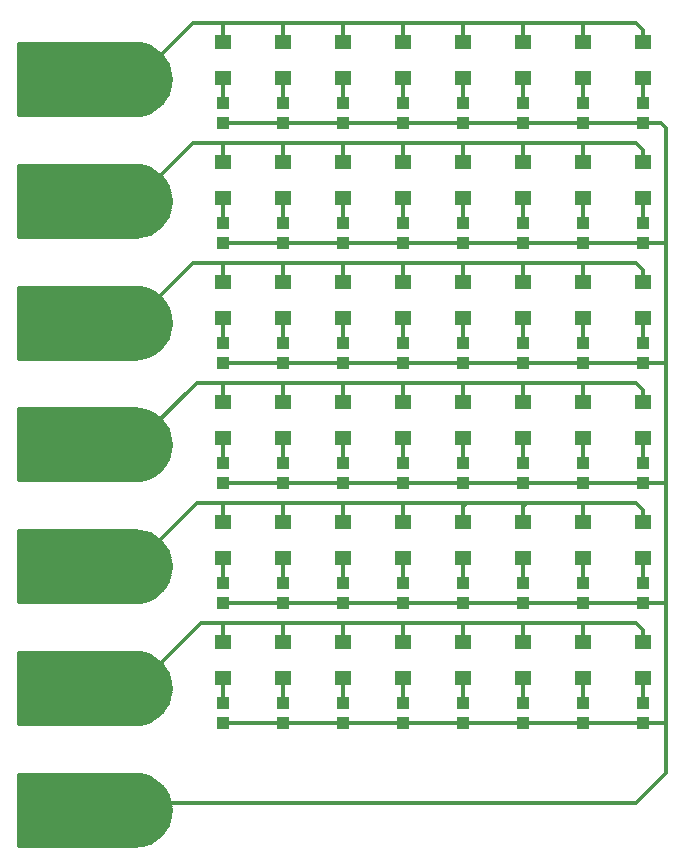
<source format=gtl>
G75*
%MOIN*%
%OFA0B0*%
%FSLAX25Y25*%
%IPPOS*%
%LPD*%
%AMOC8*
5,1,8,0,0,1.08239X$1,22.5*
%
%ADD10R,0.05512X0.04724*%
%ADD11R,0.03937X0.04331*%
%ADD12C,0.20000*%
%ADD13C,0.01000*%
%ADD14C,0.01200*%
D10*
X0210833Y0112428D03*
X0210833Y0124239D03*
X0230833Y0124239D03*
X0230833Y0112428D03*
X0250833Y0112428D03*
X0250833Y0124239D03*
X0270833Y0124239D03*
X0270833Y0112428D03*
X0290833Y0112428D03*
X0290833Y0124239D03*
X0310833Y0124239D03*
X0310833Y0112428D03*
X0330833Y0112428D03*
X0330833Y0124239D03*
X0350833Y0124239D03*
X0350833Y0112428D03*
X0350833Y0152428D03*
X0350833Y0164239D03*
X0330833Y0164239D03*
X0330833Y0152428D03*
X0310833Y0152428D03*
X0310833Y0164239D03*
X0290833Y0164239D03*
X0290833Y0152428D03*
X0270833Y0152428D03*
X0270833Y0164239D03*
X0250833Y0164239D03*
X0250833Y0152428D03*
X0230833Y0152428D03*
X0230833Y0164239D03*
X0210833Y0164239D03*
X0210833Y0152428D03*
X0210833Y0192428D03*
X0210833Y0204239D03*
X0230833Y0204239D03*
X0230833Y0192428D03*
X0250833Y0192428D03*
X0250833Y0204239D03*
X0270833Y0204239D03*
X0270833Y0192428D03*
X0290833Y0192428D03*
X0290833Y0204239D03*
X0310833Y0204239D03*
X0310833Y0192428D03*
X0330833Y0192428D03*
X0330833Y0204239D03*
X0350833Y0204239D03*
X0350833Y0192428D03*
X0350833Y0232428D03*
X0350833Y0244239D03*
X0330833Y0244239D03*
X0330833Y0232428D03*
X0310833Y0232428D03*
X0310833Y0244239D03*
X0290833Y0244239D03*
X0290833Y0232428D03*
X0270833Y0232428D03*
X0270833Y0244239D03*
X0250833Y0244239D03*
X0250833Y0232428D03*
X0230833Y0232428D03*
X0230833Y0244239D03*
X0210833Y0244239D03*
X0210833Y0232428D03*
X0210833Y0272428D03*
X0210833Y0284239D03*
X0230833Y0284239D03*
X0230833Y0272428D03*
X0250833Y0272428D03*
X0250833Y0284239D03*
X0270833Y0284239D03*
X0270833Y0272428D03*
X0290833Y0272428D03*
X0290833Y0284239D03*
X0310833Y0284239D03*
X0310833Y0272428D03*
X0330833Y0272428D03*
X0330833Y0284239D03*
X0350833Y0284239D03*
X0350833Y0272428D03*
X0350833Y0312428D03*
X0350833Y0324239D03*
X0330833Y0324239D03*
X0330833Y0312428D03*
X0310833Y0312428D03*
X0310833Y0324239D03*
X0290833Y0324239D03*
X0290833Y0312428D03*
X0270833Y0312428D03*
X0270833Y0324239D03*
X0250833Y0324239D03*
X0250833Y0312428D03*
X0230833Y0312428D03*
X0230833Y0324239D03*
X0210833Y0324239D03*
X0210833Y0312428D03*
D11*
X0210833Y0304180D03*
X0210833Y0297487D03*
X0230833Y0297487D03*
X0230833Y0304180D03*
X0250833Y0304180D03*
X0250833Y0297487D03*
X0270833Y0297487D03*
X0270833Y0304180D03*
X0290833Y0304180D03*
X0290833Y0297487D03*
X0310833Y0297487D03*
X0310833Y0304180D03*
X0330833Y0304180D03*
X0330833Y0297487D03*
X0350833Y0297487D03*
X0350833Y0304180D03*
X0350833Y0264180D03*
X0350833Y0257487D03*
X0330833Y0257487D03*
X0330833Y0264180D03*
X0310833Y0264180D03*
X0310833Y0257487D03*
X0290833Y0257487D03*
X0290833Y0264180D03*
X0270833Y0264180D03*
X0270833Y0257487D03*
X0250833Y0257487D03*
X0250833Y0264180D03*
X0230833Y0264180D03*
X0230833Y0257487D03*
X0210833Y0257487D03*
X0210833Y0264180D03*
X0210833Y0224180D03*
X0210833Y0217487D03*
X0230833Y0217487D03*
X0230833Y0224180D03*
X0250833Y0224180D03*
X0250833Y0217487D03*
X0270833Y0217487D03*
X0270833Y0224180D03*
X0290833Y0224180D03*
X0290833Y0217487D03*
X0310833Y0217487D03*
X0310833Y0224180D03*
X0330833Y0224180D03*
X0330833Y0217487D03*
X0350833Y0217487D03*
X0350833Y0224180D03*
X0350833Y0184180D03*
X0350833Y0177487D03*
X0330833Y0177487D03*
X0330833Y0184180D03*
X0310833Y0184180D03*
X0310833Y0177487D03*
X0290833Y0177487D03*
X0290833Y0184180D03*
X0270833Y0184180D03*
X0270833Y0177487D03*
X0250833Y0177487D03*
X0250833Y0184180D03*
X0230833Y0184180D03*
X0230833Y0177487D03*
X0210833Y0177487D03*
X0210833Y0184180D03*
X0210833Y0144180D03*
X0210833Y0137487D03*
X0230833Y0137487D03*
X0230833Y0144180D03*
X0250833Y0144180D03*
X0250833Y0137487D03*
X0270833Y0137487D03*
X0270833Y0144180D03*
X0290833Y0144180D03*
X0290833Y0137487D03*
X0310833Y0137487D03*
X0310833Y0144180D03*
X0330833Y0144180D03*
X0330833Y0137487D03*
X0350833Y0137487D03*
X0350833Y0144180D03*
X0350833Y0104180D03*
X0350833Y0097487D03*
X0330833Y0097487D03*
X0330833Y0104180D03*
X0310833Y0104180D03*
X0310833Y0097487D03*
X0290833Y0097487D03*
X0290833Y0104180D03*
X0270833Y0104180D03*
X0270833Y0097487D03*
X0250833Y0097487D03*
X0250833Y0104180D03*
X0230833Y0104180D03*
X0230833Y0097487D03*
X0210833Y0097487D03*
X0210833Y0104180D03*
D12*
X0181283Y0109033D03*
X0158283Y0109033D03*
X0158283Y0068433D03*
X0181283Y0068433D03*
X0181283Y0149633D03*
X0158283Y0149633D03*
X0158283Y0190233D03*
X0181283Y0190233D03*
X0181283Y0230833D03*
X0158283Y0230833D03*
X0158283Y0271433D03*
X0181283Y0271433D03*
X0181283Y0312033D03*
X0158283Y0312033D03*
D13*
X0142283Y0056433D02*
X0181283Y0056433D01*
X0182991Y0056555D01*
X0184664Y0056919D01*
X0186268Y0057518D01*
X0187771Y0058338D01*
X0189142Y0059364D01*
X0190352Y0060575D01*
X0191378Y0061946D01*
X0192199Y0063448D01*
X0192797Y0065053D01*
X0193161Y0066726D01*
X0193283Y0068433D01*
X0193161Y0070141D01*
X0192797Y0071814D01*
X0192199Y0073418D01*
X0191378Y0074921D01*
X0190352Y0076292D01*
X0189142Y0077502D01*
X0187771Y0078528D01*
X0186268Y0079349D01*
X0184664Y0079947D01*
X0182991Y0080311D01*
X0181283Y0080433D01*
X0142283Y0080433D01*
X0142283Y0056433D01*
X0142283Y0056817D02*
X0184193Y0056817D01*
X0186814Y0057815D02*
X0142283Y0057815D01*
X0142283Y0058814D02*
X0188406Y0058814D01*
X0189590Y0059812D02*
X0142283Y0059812D01*
X0142283Y0060811D02*
X0190529Y0060811D01*
X0191276Y0061810D02*
X0142283Y0061810D01*
X0142283Y0062808D02*
X0191849Y0062808D01*
X0192333Y0063807D02*
X0142283Y0063807D01*
X0142283Y0064805D02*
X0192705Y0064805D01*
X0192961Y0065804D02*
X0142283Y0065804D01*
X0142283Y0066802D02*
X0193167Y0066802D01*
X0193238Y0067801D02*
X0142283Y0067801D01*
X0142283Y0068799D02*
X0193257Y0068799D01*
X0193186Y0069798D02*
X0142283Y0069798D01*
X0142283Y0070796D02*
X0193019Y0070796D01*
X0192801Y0071795D02*
X0142283Y0071795D01*
X0142283Y0072793D02*
X0192432Y0072793D01*
X0191995Y0073792D02*
X0142283Y0073792D01*
X0142283Y0074790D02*
X0191450Y0074790D01*
X0190729Y0075789D02*
X0142283Y0075789D01*
X0142283Y0076787D02*
X0189857Y0076787D01*
X0188763Y0077786D02*
X0142283Y0077786D01*
X0142283Y0078784D02*
X0187302Y0078784D01*
X0185105Y0079783D02*
X0142283Y0079783D01*
X0142283Y0097033D02*
X0181283Y0097033D01*
X0182991Y0097155D01*
X0184664Y0097519D01*
X0186268Y0098118D01*
X0187771Y0098938D01*
X0189142Y0099964D01*
X0190352Y0101175D01*
X0191378Y0102546D01*
X0192199Y0104048D01*
X0192797Y0105653D01*
X0193161Y0107326D01*
X0193283Y0109033D01*
X0193161Y0110741D01*
X0192797Y0112414D01*
X0192199Y0114018D01*
X0191378Y0115521D01*
X0190352Y0116892D01*
X0189142Y0118102D01*
X0187771Y0119128D01*
X0186268Y0119949D01*
X0184664Y0120547D01*
X0182991Y0120911D01*
X0181283Y0121033D01*
X0142283Y0121033D01*
X0142283Y0097033D01*
X0142283Y0097756D02*
X0185298Y0097756D01*
X0187434Y0098754D02*
X0142283Y0098754D01*
X0142283Y0099753D02*
X0188859Y0099753D01*
X0189929Y0100751D02*
X0142283Y0100751D01*
X0142283Y0101750D02*
X0190783Y0101750D01*
X0191489Y0102748D02*
X0142283Y0102748D01*
X0142283Y0103747D02*
X0192034Y0103747D01*
X0192459Y0104745D02*
X0142283Y0104745D01*
X0142283Y0105744D02*
X0192817Y0105744D01*
X0193034Y0106743D02*
X0142283Y0106743D01*
X0142283Y0107741D02*
X0193191Y0107741D01*
X0193262Y0108740D02*
X0142283Y0108740D01*
X0142283Y0109738D02*
X0193233Y0109738D01*
X0193162Y0110737D02*
X0142283Y0110737D01*
X0142283Y0111735D02*
X0192945Y0111735D01*
X0192678Y0112734D02*
X0142283Y0112734D01*
X0142283Y0113732D02*
X0192306Y0113732D01*
X0191810Y0114731D02*
X0142283Y0114731D01*
X0142283Y0115729D02*
X0191223Y0115729D01*
X0190475Y0116728D02*
X0142283Y0116728D01*
X0142283Y0117726D02*
X0189518Y0117726D01*
X0188310Y0118725D02*
X0142283Y0118725D01*
X0142283Y0119723D02*
X0186682Y0119723D01*
X0183862Y0120722D02*
X0142283Y0120722D01*
X0142283Y0137633D02*
X0181283Y0137633D01*
X0182991Y0137755D01*
X0184664Y0138119D01*
X0186268Y0138718D01*
X0187771Y0139538D01*
X0189142Y0140564D01*
X0190352Y0141775D01*
X0191378Y0143146D01*
X0192199Y0144648D01*
X0192797Y0146253D01*
X0193161Y0147926D01*
X0193283Y0149633D01*
X0193161Y0151341D01*
X0192797Y0153014D01*
X0192199Y0154618D01*
X0191378Y0156121D01*
X0190352Y0157492D01*
X0189142Y0158702D01*
X0187771Y0159728D01*
X0186268Y0160549D01*
X0184664Y0161147D01*
X0182991Y0161511D01*
X0181283Y0161633D01*
X0142283Y0161633D01*
X0142283Y0137633D01*
X0142283Y0137696D02*
X0182165Y0137696D01*
X0186207Y0138695D02*
X0142283Y0138695D01*
X0142283Y0139693D02*
X0187978Y0139693D01*
X0189269Y0140692D02*
X0142283Y0140692D01*
X0142283Y0141690D02*
X0190268Y0141690D01*
X0191036Y0142689D02*
X0142283Y0142689D01*
X0142283Y0143687D02*
X0191674Y0143687D01*
X0192213Y0144686D02*
X0142283Y0144686D01*
X0142283Y0145684D02*
X0192585Y0145684D01*
X0192891Y0146683D02*
X0142283Y0146683D01*
X0142283Y0147681D02*
X0193108Y0147681D01*
X0193215Y0148680D02*
X0142283Y0148680D01*
X0142283Y0149679D02*
X0193280Y0149679D01*
X0193209Y0150677D02*
X0142283Y0150677D01*
X0142283Y0151676D02*
X0193088Y0151676D01*
X0192871Y0152674D02*
X0142283Y0152674D01*
X0142283Y0153673D02*
X0192552Y0153673D01*
X0192170Y0154671D02*
X0142283Y0154671D01*
X0142283Y0155670D02*
X0191625Y0155670D01*
X0190969Y0156668D02*
X0142283Y0156668D01*
X0142283Y0157667D02*
X0190177Y0157667D01*
X0189179Y0158665D02*
X0142283Y0158665D01*
X0142283Y0159664D02*
X0187858Y0159664D01*
X0185965Y0160662D02*
X0142283Y0160662D01*
X0142283Y0178233D02*
X0181283Y0178233D01*
X0182991Y0178355D01*
X0184664Y0178719D01*
X0186268Y0179318D01*
X0187771Y0180138D01*
X0189142Y0181164D01*
X0190352Y0182375D01*
X0191378Y0183746D01*
X0192199Y0185248D01*
X0192797Y0186853D01*
X0193161Y0188526D01*
X0193283Y0190233D01*
X0193161Y0191941D01*
X0192797Y0193614D01*
X0192199Y0195218D01*
X0191378Y0196721D01*
X0190352Y0198092D01*
X0189142Y0199302D01*
X0187771Y0200328D01*
X0186268Y0201149D01*
X0184664Y0201747D01*
X0182991Y0202111D01*
X0181283Y0202233D01*
X0142283Y0202233D01*
X0142283Y0178233D01*
X0142283Y0178635D02*
X0184278Y0178635D01*
X0186847Y0179634D02*
X0142283Y0179634D01*
X0142283Y0180632D02*
X0188431Y0180632D01*
X0189608Y0181631D02*
X0142283Y0181631D01*
X0142283Y0182629D02*
X0190543Y0182629D01*
X0191290Y0183628D02*
X0142283Y0183628D01*
X0142283Y0184626D02*
X0191859Y0184626D01*
X0192339Y0185625D02*
X0142283Y0185625D01*
X0142283Y0186623D02*
X0192712Y0186623D01*
X0192965Y0187622D02*
X0142283Y0187622D01*
X0142283Y0188620D02*
X0193168Y0188620D01*
X0193239Y0189619D02*
X0142283Y0189619D01*
X0142283Y0190617D02*
X0193256Y0190617D01*
X0193184Y0191616D02*
X0142283Y0191616D01*
X0142283Y0192614D02*
X0193015Y0192614D01*
X0192797Y0193613D02*
X0142283Y0193613D01*
X0142283Y0194612D02*
X0192425Y0194612D01*
X0191985Y0195610D02*
X0142283Y0195610D01*
X0142283Y0196609D02*
X0191440Y0196609D01*
X0190715Y0197607D02*
X0142283Y0197607D01*
X0142283Y0198606D02*
X0189838Y0198606D01*
X0188739Y0199604D02*
X0142283Y0199604D01*
X0142283Y0200603D02*
X0187269Y0200603D01*
X0185056Y0201601D02*
X0142283Y0201601D01*
X0142283Y0218833D02*
X0181283Y0218833D01*
X0182991Y0218955D01*
X0184664Y0219319D01*
X0186268Y0219918D01*
X0187771Y0220738D01*
X0189142Y0221764D01*
X0190352Y0222975D01*
X0191378Y0224346D01*
X0192199Y0225848D01*
X0192797Y0227453D01*
X0193161Y0229126D01*
X0193283Y0230833D01*
X0193161Y0232541D01*
X0192797Y0234214D01*
X0192199Y0235818D01*
X0191378Y0237321D01*
X0190352Y0238692D01*
X0189142Y0239902D01*
X0187771Y0240928D01*
X0186268Y0241749D01*
X0184664Y0242347D01*
X0182991Y0242711D01*
X0181283Y0242833D01*
X0142283Y0242833D01*
X0142283Y0218833D01*
X0142283Y0219574D02*
X0185347Y0219574D01*
X0187468Y0220573D02*
X0142283Y0220573D01*
X0142283Y0221571D02*
X0188884Y0221571D01*
X0189947Y0222570D02*
X0142283Y0222570D01*
X0142283Y0223568D02*
X0190796Y0223568D01*
X0191499Y0224567D02*
X0142283Y0224567D01*
X0142283Y0225565D02*
X0192044Y0225565D01*
X0192466Y0226564D02*
X0142283Y0226564D01*
X0142283Y0227562D02*
X0192821Y0227562D01*
X0193038Y0228561D02*
X0142283Y0228561D01*
X0142283Y0229559D02*
X0193192Y0229559D01*
X0193264Y0230558D02*
X0142283Y0230558D01*
X0142283Y0231556D02*
X0193232Y0231556D01*
X0193158Y0232555D02*
X0142283Y0232555D01*
X0142283Y0233553D02*
X0192941Y0233553D01*
X0192671Y0234552D02*
X0142283Y0234552D01*
X0142283Y0235550D02*
X0192299Y0235550D01*
X0191800Y0236549D02*
X0142283Y0236549D01*
X0142283Y0237548D02*
X0191209Y0237548D01*
X0190461Y0238546D02*
X0142283Y0238546D01*
X0142283Y0239545D02*
X0189499Y0239545D01*
X0188286Y0240543D02*
X0142283Y0240543D01*
X0142283Y0241542D02*
X0186648Y0241542D01*
X0183778Y0242540D02*
X0142283Y0242540D01*
X0142283Y0259433D02*
X0181283Y0259433D01*
X0182991Y0259555D01*
X0184664Y0259919D01*
X0186268Y0260518D01*
X0187771Y0261338D01*
X0189142Y0262364D01*
X0190352Y0263575D01*
X0191378Y0264946D01*
X0192199Y0266448D01*
X0192797Y0268053D01*
X0193161Y0269726D01*
X0193283Y0271433D01*
X0193161Y0273141D01*
X0192797Y0274814D01*
X0192199Y0276418D01*
X0191378Y0277921D01*
X0190352Y0279292D01*
X0189142Y0280502D01*
X0187771Y0281528D01*
X0186268Y0282349D01*
X0184664Y0282947D01*
X0182991Y0283311D01*
X0181283Y0283433D01*
X0142283Y0283433D01*
X0142283Y0259433D01*
X0142283Y0259515D02*
X0182422Y0259515D01*
X0186256Y0260513D02*
X0142283Y0260513D01*
X0142283Y0261512D02*
X0188003Y0261512D01*
X0189288Y0262510D02*
X0142283Y0262510D01*
X0142283Y0263509D02*
X0190286Y0263509D01*
X0191050Y0264507D02*
X0142283Y0264507D01*
X0142283Y0265506D02*
X0191684Y0265506D01*
X0192220Y0266504D02*
X0142283Y0266504D01*
X0142283Y0267503D02*
X0192592Y0267503D01*
X0192895Y0268501D02*
X0142283Y0268501D01*
X0142283Y0269500D02*
X0193112Y0269500D01*
X0193216Y0270498D02*
X0142283Y0270498D01*
X0142283Y0271497D02*
X0193279Y0271497D01*
X0193207Y0272495D02*
X0142283Y0272495D01*
X0142283Y0273494D02*
X0193084Y0273494D01*
X0192867Y0274492D02*
X0142283Y0274492D01*
X0142283Y0275491D02*
X0192545Y0275491D01*
X0192160Y0276489D02*
X0142283Y0276489D01*
X0142283Y0277488D02*
X0191615Y0277488D01*
X0190955Y0278486D02*
X0142283Y0278486D01*
X0142283Y0279485D02*
X0190159Y0279485D01*
X0189160Y0280483D02*
X0142283Y0280483D01*
X0142283Y0281482D02*
X0187833Y0281482D01*
X0185915Y0282481D02*
X0142283Y0282481D01*
X0142283Y0300033D02*
X0181283Y0300033D01*
X0182991Y0300155D01*
X0184664Y0300519D01*
X0186268Y0301118D01*
X0187771Y0301938D01*
X0189142Y0302964D01*
X0190352Y0304175D01*
X0191378Y0305546D01*
X0192199Y0307048D01*
X0192797Y0308653D01*
X0193161Y0310326D01*
X0193283Y0312033D01*
X0193161Y0313741D01*
X0192797Y0315414D01*
X0192199Y0317018D01*
X0191378Y0318521D01*
X0190352Y0319892D01*
X0189142Y0321102D01*
X0187771Y0322128D01*
X0186268Y0322949D01*
X0184664Y0323547D01*
X0182991Y0323911D01*
X0181283Y0324033D01*
X0142283Y0324033D01*
X0142283Y0300033D01*
X0142283Y0300454D02*
X0184362Y0300454D01*
X0186881Y0301452D02*
X0142283Y0301452D01*
X0142283Y0302451D02*
X0188456Y0302451D01*
X0189627Y0303449D02*
X0142283Y0303449D01*
X0142283Y0304448D02*
X0190557Y0304448D01*
X0191304Y0305446D02*
X0142283Y0305446D01*
X0142283Y0306445D02*
X0191869Y0306445D01*
X0192346Y0307443D02*
X0142283Y0307443D01*
X0142283Y0308442D02*
X0192719Y0308442D01*
X0192969Y0309440D02*
X0142283Y0309440D01*
X0142283Y0310439D02*
X0193169Y0310439D01*
X0193241Y0311437D02*
X0142283Y0311437D01*
X0142283Y0312436D02*
X0193255Y0312436D01*
X0193183Y0313434D02*
X0142283Y0313434D01*
X0142283Y0314433D02*
X0193011Y0314433D01*
X0192791Y0315431D02*
X0142283Y0315431D01*
X0142283Y0316430D02*
X0192418Y0316430D01*
X0191975Y0317428D02*
X0142283Y0317428D01*
X0142283Y0318427D02*
X0191430Y0318427D01*
X0190701Y0319425D02*
X0142283Y0319425D01*
X0142283Y0320424D02*
X0189820Y0320424D01*
X0188714Y0321422D02*
X0142283Y0321422D01*
X0142283Y0322421D02*
X0187235Y0322421D01*
X0185007Y0323419D02*
X0142283Y0323419D01*
D14*
X0158283Y0312033D02*
X0181283Y0312033D01*
X0182033Y0312033D01*
X0200833Y0330833D01*
X0210833Y0330833D01*
X0210833Y0324239D01*
X0210833Y0330833D02*
X0230833Y0330833D01*
X0230833Y0324239D01*
X0230833Y0330833D02*
X0250833Y0330833D01*
X0250833Y0324239D01*
X0250833Y0330833D02*
X0270833Y0330833D01*
X0270833Y0324239D01*
X0270833Y0330833D02*
X0290833Y0330833D01*
X0290833Y0324239D01*
X0290833Y0330833D02*
X0310833Y0330833D01*
X0310833Y0324239D01*
X0310833Y0330833D02*
X0330833Y0330833D01*
X0330833Y0324239D01*
X0330833Y0330833D02*
X0348333Y0330833D01*
X0350833Y0328333D01*
X0350833Y0324239D01*
X0350833Y0312428D02*
X0350833Y0304180D01*
X0350833Y0297487D02*
X0356680Y0297487D01*
X0358333Y0295833D01*
X0358333Y0257083D01*
X0357930Y0257487D01*
X0350833Y0257487D01*
X0330833Y0257487D01*
X0310833Y0257487D01*
X0290833Y0257487D01*
X0270833Y0257487D01*
X0250833Y0257487D01*
X0230833Y0257487D01*
X0210833Y0257487D01*
X0210833Y0250833D02*
X0210833Y0244239D01*
X0210833Y0250833D02*
X0230833Y0250833D01*
X0230833Y0244239D01*
X0230833Y0250833D02*
X0250833Y0250833D01*
X0250833Y0244239D01*
X0250833Y0250833D02*
X0270833Y0250833D01*
X0270833Y0244239D01*
X0270833Y0250833D02*
X0290833Y0250833D01*
X0290833Y0244239D01*
X0290833Y0250833D02*
X0310833Y0250833D01*
X0310833Y0244239D01*
X0310833Y0250833D02*
X0330833Y0250833D01*
X0330833Y0244239D01*
X0330833Y0250833D02*
X0348333Y0250833D01*
X0350833Y0248333D01*
X0350833Y0244239D01*
X0350833Y0232428D02*
X0350833Y0224180D01*
X0350833Y0217487D02*
X0357930Y0217487D01*
X0358333Y0217083D01*
X0358333Y0177083D01*
X0357930Y0177487D01*
X0350833Y0177487D01*
X0330833Y0177487D01*
X0310833Y0177487D01*
X0290833Y0177487D01*
X0270833Y0177487D01*
X0250833Y0177487D01*
X0230833Y0177487D01*
X0210833Y0177487D01*
X0210833Y0170833D02*
X0202083Y0170833D01*
X0181283Y0150033D01*
X0181283Y0149633D01*
X0158283Y0149633D01*
X0181533Y0109033D02*
X0203333Y0130833D01*
X0210833Y0130833D01*
X0210833Y0124239D01*
X0210833Y0130833D02*
X0230833Y0130833D01*
X0230833Y0124239D01*
X0230833Y0130833D02*
X0250833Y0130833D01*
X0250833Y0124239D01*
X0250833Y0130833D02*
X0270833Y0130833D01*
X0270833Y0124239D01*
X0270833Y0130833D02*
X0290833Y0130833D01*
X0290833Y0124239D01*
X0290833Y0130833D02*
X0310833Y0130833D01*
X0310833Y0124239D01*
X0310833Y0130833D02*
X0330833Y0130833D01*
X0330833Y0124239D01*
X0330833Y0130833D02*
X0348333Y0130833D01*
X0350833Y0128333D01*
X0350833Y0124239D01*
X0350833Y0112428D02*
X0350833Y0104180D01*
X0350833Y0097487D02*
X0357930Y0097487D01*
X0358333Y0097083D01*
X0358333Y0080833D01*
X0348333Y0070833D01*
X0187083Y0070833D01*
X0182083Y0065833D01*
X0182083Y0067633D01*
X0181283Y0068433D01*
X0181183Y0068333D01*
X0179583Y0068333D01*
X0179483Y0068433D01*
X0158283Y0068433D01*
X0158283Y0109033D02*
X0181283Y0109033D01*
X0181533Y0109033D01*
X0210833Y0112428D02*
X0210833Y0104180D01*
X0210833Y0097487D02*
X0230833Y0097487D01*
X0250833Y0097487D01*
X0270833Y0097487D01*
X0290833Y0097487D01*
X0310833Y0097487D01*
X0330833Y0097487D01*
X0350833Y0097487D01*
X0358333Y0097083D02*
X0358333Y0137083D01*
X0357930Y0137487D01*
X0350833Y0137487D01*
X0330833Y0137487D01*
X0310833Y0137487D01*
X0290833Y0137487D01*
X0270833Y0137487D01*
X0250833Y0137487D01*
X0230833Y0137487D01*
X0210833Y0137487D01*
X0210833Y0144180D02*
X0210833Y0152428D01*
X0210833Y0164239D02*
X0210833Y0170833D01*
X0230833Y0170833D01*
X0230833Y0164239D01*
X0230833Y0170833D02*
X0250833Y0170833D01*
X0250833Y0164239D01*
X0250833Y0170833D02*
X0270833Y0170833D01*
X0270833Y0164239D01*
X0270833Y0170833D02*
X0292083Y0170833D01*
X0290833Y0169583D01*
X0290833Y0164239D01*
X0292083Y0170833D02*
X0312083Y0170833D01*
X0310833Y0169583D01*
X0310833Y0164239D01*
X0312083Y0170833D02*
X0330833Y0170833D01*
X0330833Y0164239D01*
X0330833Y0170833D02*
X0348333Y0170833D01*
X0350833Y0168333D01*
X0350833Y0164239D01*
X0350833Y0152428D02*
X0350833Y0144180D01*
X0358333Y0137083D02*
X0358333Y0177083D01*
X0350833Y0184180D02*
X0350833Y0192428D01*
X0350833Y0204239D02*
X0350833Y0208333D01*
X0348333Y0210833D01*
X0330833Y0210833D01*
X0330833Y0204239D01*
X0330833Y0210833D02*
X0310833Y0210833D01*
X0310833Y0204239D01*
X0310833Y0210833D02*
X0290833Y0210833D01*
X0290833Y0204239D01*
X0290833Y0210833D02*
X0270833Y0210833D01*
X0270833Y0204239D01*
X0270833Y0210833D02*
X0250833Y0210833D01*
X0250833Y0204239D01*
X0250833Y0210833D02*
X0230833Y0210833D01*
X0230833Y0204239D01*
X0230833Y0210833D02*
X0210833Y0210833D01*
X0210833Y0204239D01*
X0210833Y0210833D02*
X0202083Y0210833D01*
X0181483Y0190233D01*
X0181283Y0190233D01*
X0158283Y0190233D01*
X0158283Y0230833D02*
X0181283Y0230833D01*
X0181283Y0231283D01*
X0200833Y0250833D01*
X0210833Y0250833D01*
X0210833Y0264180D02*
X0210833Y0272428D01*
X0210833Y0284239D02*
X0210833Y0290833D01*
X0230833Y0290833D01*
X0230833Y0284239D01*
X0230833Y0290833D02*
X0250833Y0290833D01*
X0250833Y0284239D01*
X0250833Y0290833D02*
X0270833Y0290833D01*
X0270833Y0284239D01*
X0270833Y0290833D02*
X0290833Y0290833D01*
X0290833Y0284239D01*
X0290833Y0290833D02*
X0310833Y0290833D01*
X0310833Y0284239D01*
X0310833Y0290833D02*
X0330833Y0290833D01*
X0330833Y0284239D01*
X0330833Y0290833D02*
X0348333Y0290833D01*
X0350833Y0288333D01*
X0350833Y0284239D01*
X0350833Y0272428D02*
X0350833Y0264180D01*
X0358333Y0257083D02*
X0358333Y0217083D01*
X0350833Y0217487D02*
X0330833Y0217487D01*
X0310833Y0217487D01*
X0290833Y0217487D01*
X0270833Y0217487D01*
X0250833Y0217487D01*
X0230833Y0217487D01*
X0210833Y0217487D01*
X0210833Y0224180D02*
X0210833Y0232428D01*
X0230833Y0232428D02*
X0230833Y0224180D01*
X0250833Y0224180D02*
X0250833Y0232428D01*
X0270833Y0232428D02*
X0270833Y0224180D01*
X0290833Y0224180D02*
X0290833Y0232428D01*
X0310833Y0232428D02*
X0310833Y0224180D01*
X0330833Y0224180D02*
X0330833Y0232428D01*
X0330833Y0264180D02*
X0330833Y0272428D01*
X0310833Y0272428D02*
X0310833Y0264180D01*
X0290833Y0264180D02*
X0290833Y0272428D01*
X0270833Y0272428D02*
X0270833Y0264180D01*
X0250833Y0264180D02*
X0250833Y0272428D01*
X0230833Y0272428D02*
X0230833Y0264180D01*
X0210833Y0290833D02*
X0200833Y0290833D01*
X0181433Y0271433D01*
X0181283Y0271433D01*
X0158283Y0271433D01*
X0210833Y0297487D02*
X0230833Y0297487D01*
X0250833Y0297487D01*
X0270833Y0297487D01*
X0290833Y0297487D01*
X0310833Y0297487D01*
X0330833Y0297487D01*
X0350833Y0297487D01*
X0330833Y0304180D02*
X0330833Y0312428D01*
X0310833Y0312428D02*
X0310833Y0304180D01*
X0290833Y0304180D02*
X0290833Y0312428D01*
X0270833Y0312428D02*
X0270833Y0304180D01*
X0250833Y0304180D02*
X0250833Y0312428D01*
X0230833Y0312428D02*
X0230833Y0304180D01*
X0210833Y0304180D02*
X0210833Y0312428D01*
X0210833Y0192428D02*
X0210833Y0184180D01*
X0230833Y0184180D02*
X0230833Y0192428D01*
X0250833Y0192428D02*
X0250833Y0184180D01*
X0270833Y0184180D02*
X0270833Y0192428D01*
X0290833Y0192428D02*
X0290833Y0184180D01*
X0310833Y0184180D02*
X0310833Y0192428D01*
X0330833Y0192428D02*
X0330833Y0184180D01*
X0330833Y0152428D02*
X0330833Y0144180D01*
X0310833Y0144180D02*
X0310833Y0152428D01*
X0290833Y0152428D02*
X0290833Y0144180D01*
X0270833Y0144180D02*
X0270833Y0152428D01*
X0250833Y0152428D02*
X0250833Y0144180D01*
X0230833Y0144180D02*
X0230833Y0152428D01*
X0230833Y0112428D02*
X0230833Y0104180D01*
X0250833Y0104180D02*
X0250833Y0112428D01*
X0270833Y0112428D02*
X0270833Y0104180D01*
X0290833Y0104180D02*
X0290833Y0112428D01*
X0310833Y0112428D02*
X0310833Y0104180D01*
X0330833Y0104180D02*
X0330833Y0112428D01*
M02*

</source>
